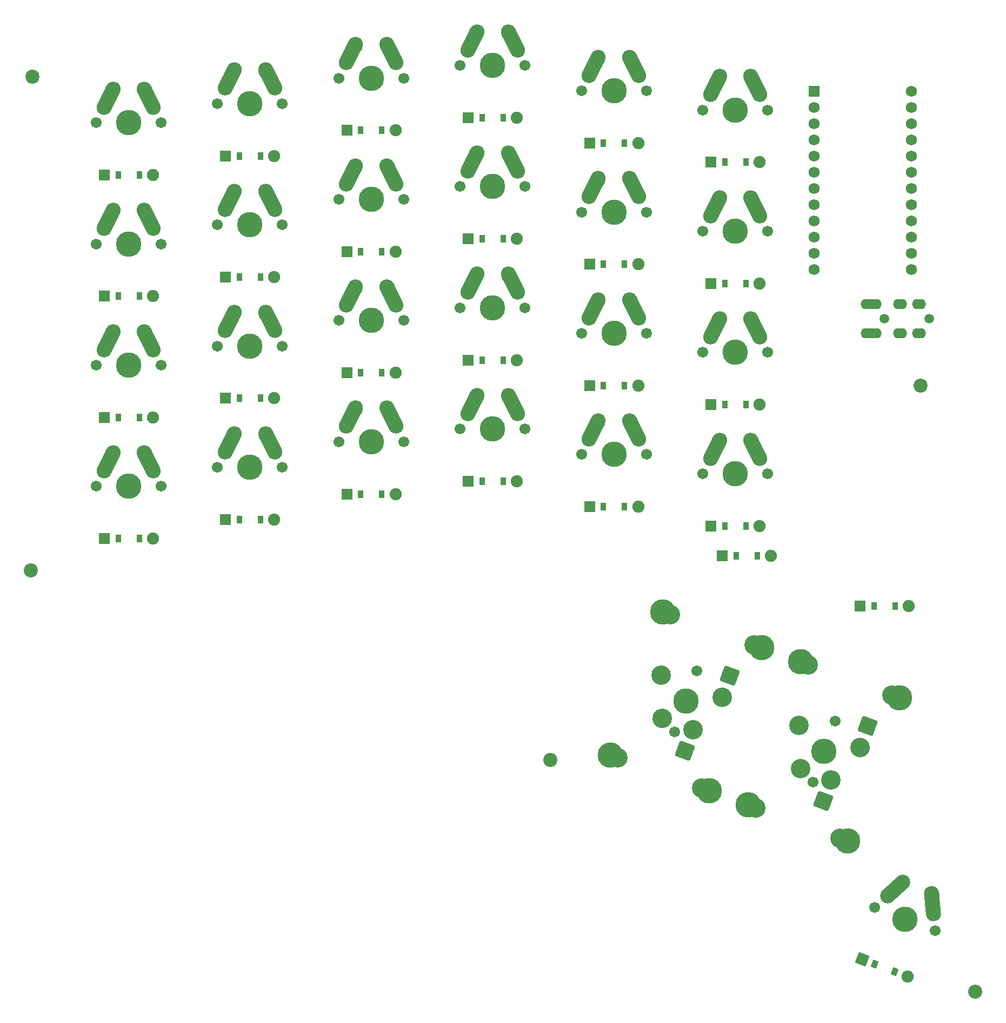
<source format=gbr>
%TF.GenerationSoftware,KiCad,Pcbnew,(6.0.8)*%
%TF.CreationDate,2022-12-10T17:49:20-07:00*%
%TF.ProjectId,scaarix_flow,73636161-7269-4785-9f66-6c6f772e6b69,v1.0.0*%
%TF.SameCoordinates,Original*%
%TF.FileFunction,Soldermask,Top*%
%TF.FilePolarity,Negative*%
%FSLAX46Y46*%
G04 Gerber Fmt 4.6, Leading zero omitted, Abs format (unit mm)*
G04 Created by KiCad (PCBNEW (6.0.8)) date 2022-12-10 17:49:20*
%MOMM*%
%LPD*%
G01*
G04 APERTURE LIST*
G04 Aperture macros list*
%AMRoundRect*
0 Rectangle with rounded corners*
0 $1 Rounding radius*
0 $2 $3 $4 $5 $6 $7 $8 $9 X,Y pos of 4 corners*
0 Add a 4 corners polygon primitive as box body*
4,1,4,$2,$3,$4,$5,$6,$7,$8,$9,$2,$3,0*
0 Add four circle primitives for the rounded corners*
1,1,$1+$1,$2,$3*
1,1,$1+$1,$4,$5*
1,1,$1+$1,$6,$7*
1,1,$1+$1,$8,$9*
0 Add four rect primitives between the rounded corners*
20,1,$1+$1,$2,$3,$4,$5,0*
20,1,$1+$1,$4,$5,$6,$7,0*
20,1,$1+$1,$6,$7,$8,$9,0*
20,1,$1+$1,$8,$9,$2,$3,0*%
%AMHorizOval*
0 Thick line with rounded ends*
0 $1 width*
0 $2 $3 position (X,Y) of the first rounded end (center of the circle)*
0 $4 $5 position (X,Y) of the second rounded end (center of the circle)*
0 Add line between two ends*
20,1,$1,$2,$3,$4,$5,0*
0 Add two circle primitives to create the rounded ends*
1,1,$1,$2,$3*
1,1,$1,$4,$5*%
%AMRotRect*
0 Rectangle, with rotation*
0 The origin of the aperture is its center*
0 $1 length*
0 $2 width*
0 $3 Rotation angle, in degrees counterclockwise*
0 Add horizontal line*
21,1,$1,$2,0,0,$3*%
G04 Aperture macros list end*
%ADD10C,3.987800*%
%ADD11C,1.701800*%
%ADD12C,2.350000*%
%ADD13HorizOval,2.350000X-0.713917X-1.431895X0.713917X1.431895X0*%
%ADD14HorizOval,2.350000X-0.713917X1.431895X0.713917X-1.431895X0*%
%ADD15C,1.905000*%
%ADD16R,0.900000X1.200000*%
%ADD17R,1.778000X1.778000*%
%ADD18R,1.752600X1.752600*%
%ADD19C,1.752600*%
%ADD20C,1.500000*%
%ADD21O,2.200000X1.600000*%
%ADD22C,3.048000*%
%ADD23RoundRect,0.254000X-0.607235X1.302220X-1.302220X-0.607235X0.607235X-1.302220X1.302220X0.607235X0*%
%ADD24HorizOval,2.350000X-1.179644X-1.080944X1.179644X1.080944X0*%
%ADD25HorizOval,2.350000X-0.153353X1.592634X0.153353X-1.592634X0*%
%ADD26C,2.200000*%
%ADD27RotRect,0.900000X1.200000X339.000000*%
%ADD28RotRect,1.778000X1.778000X339.000000*%
G04 APERTURE END LIST*
D10*
%TO.C,S18*%
X221378500Y-105411500D03*
D11*
X216298500Y-105411500D03*
X226458500Y-105411500D03*
D12*
X218838500Y-100331500D03*
D13*
X218215487Y-101573845D03*
D12*
X223918500Y-100331500D03*
D14*
X224541513Y-101573845D03*
%TD*%
D11*
%TO.C,S7*%
X159298500Y-88411500D03*
D10*
X164378500Y-88411500D03*
D11*
X169458500Y-88411500D03*
D12*
X161838500Y-83331500D03*
D13*
X161215487Y-84573845D03*
D14*
X167541513Y-84573845D03*
D12*
X166918500Y-83331500D03*
%TD*%
D11*
%TO.C,S4*%
X150458500Y-72411500D03*
D10*
X145378500Y-72411500D03*
D11*
X140298500Y-72411500D03*
D12*
X142838500Y-67331500D03*
D13*
X142215487Y-68573845D03*
D14*
X148541513Y-68573845D03*
D12*
X147918500Y-67331500D03*
%TD*%
D10*
%TO.C,S22*%
X240378500Y-108411500D03*
D11*
X235298500Y-108411500D03*
X245458500Y-108411500D03*
D12*
X237838500Y-103331500D03*
D13*
X237215487Y-104573845D03*
D14*
X243541513Y-104573845D03*
D12*
X242918500Y-103331500D03*
%TD*%
D10*
%TO.C,S13*%
X202378500Y-120411500D03*
D11*
X207458500Y-120411500D03*
X197298500Y-120411500D03*
D13*
X199215487Y-116573845D03*
D12*
X199838500Y-115331500D03*
D14*
X205541513Y-116573845D03*
D12*
X204918500Y-115331500D03*
%TD*%
D15*
%TO.C,D19*%
X225188500Y-94611500D03*
D16*
X219728500Y-94611500D03*
D17*
X217568500Y-94611500D03*
D16*
X223028500Y-94611500D03*
%TD*%
D15*
%TO.C,D4*%
X149188500Y-80611500D03*
D16*
X143728500Y-80611500D03*
X147028500Y-80611500D03*
D17*
X141568500Y-80611500D03*
%TD*%
D11*
%TO.C,S11*%
X188458500Y-84411500D03*
D10*
X183378500Y-84411500D03*
D11*
X178298500Y-84411500D03*
D13*
X180215487Y-80573845D03*
D12*
X180838500Y-79331500D03*
D14*
X186541513Y-80573845D03*
D12*
X185918500Y-79331500D03*
%TD*%
D11*
%TO.C,S8*%
X169458500Y-69411500D03*
X159298500Y-69411500D03*
D10*
X164378500Y-69411500D03*
D12*
X161838500Y-64331500D03*
D13*
X161215487Y-65573845D03*
D12*
X166918500Y-64331500D03*
D14*
X167541513Y-65573845D03*
%TD*%
D15*
%TO.C,D21*%
X244188500Y-135611500D03*
D16*
X238728500Y-135611500D03*
X242028500Y-135611500D03*
D17*
X236568500Y-135611500D03*
%TD*%
D15*
%TO.C,D16*%
X206188500Y-71611500D03*
D16*
X200728500Y-71611500D03*
D17*
X198568500Y-71611500D03*
D16*
X204028500Y-71611500D03*
%TD*%
D18*
%TO.C,MCU1*%
X252758500Y-67441500D03*
D19*
X252758500Y-69981500D03*
X252758500Y-72521500D03*
X252758500Y-75061500D03*
X252758500Y-77601500D03*
X252758500Y-80141500D03*
X252758500Y-82681500D03*
X252758500Y-85221500D03*
X252758500Y-87761500D03*
X252758500Y-90301500D03*
X252758500Y-92841500D03*
X252758500Y-95381500D03*
X267998500Y-67441500D03*
X267998500Y-69981500D03*
X267998500Y-72521500D03*
X267998500Y-75061500D03*
X267998500Y-77601500D03*
X267998500Y-80141500D03*
X267998500Y-82681500D03*
X267998500Y-85221500D03*
X267998500Y-87761500D03*
X267998500Y-90301500D03*
X267998500Y-92841500D03*
X267998500Y-95381500D03*
%TD*%
D11*
%TO.C,S17*%
X216298500Y-124411500D03*
D10*
X221378500Y-124411500D03*
D11*
X226458500Y-124411500D03*
D13*
X218215487Y-120573845D03*
D12*
X218838500Y-119331500D03*
D14*
X224541513Y-120573845D03*
D12*
X223918500Y-119331500D03*
%TD*%
D15*
%TO.C,D5*%
X168188500Y-134611500D03*
D16*
X162728500Y-134611500D03*
X166028500Y-134611500D03*
D17*
X160568500Y-134611500D03*
%TD*%
D16*
%TO.C,D7*%
X162728500Y-96611500D03*
D15*
X168188500Y-96611500D03*
D16*
X166028500Y-96611500D03*
D17*
X160568500Y-96611500D03*
%TD*%
D10*
%TO.C,S12*%
X183378500Y-65411500D03*
D11*
X178298500Y-65411500D03*
X188458500Y-65411500D03*
D12*
X180838500Y-60331500D03*
D13*
X180215487Y-61573845D03*
D14*
X186541513Y-61573845D03*
D12*
X185918500Y-60331500D03*
%TD*%
D16*
%TO.C,D2*%
X143728500Y-118611500D03*
D15*
X149188500Y-118611500D03*
D17*
X141568500Y-118611500D03*
D16*
X147028500Y-118611500D03*
%TD*%
D10*
%TO.C,S10*%
X183378500Y-103411500D03*
D11*
X178298500Y-103411500D03*
X188458500Y-103411500D03*
D12*
X180838500Y-98331500D03*
D13*
X180215487Y-99573845D03*
D12*
X185918500Y-98331500D03*
D14*
X186541513Y-99573845D03*
%TD*%
D11*
%TO.C,S6*%
X159298500Y-107411500D03*
X169458500Y-107411500D03*
D10*
X164378500Y-107411500D03*
D12*
X161838500Y-102331500D03*
D13*
X161215487Y-103573845D03*
D12*
X166918500Y-102331500D03*
D14*
X167541513Y-103573845D03*
%TD*%
D16*
%TO.C,D14*%
X200728500Y-109611500D03*
D15*
X206188500Y-109611500D03*
D17*
X198568500Y-109611500D03*
D16*
X204028500Y-109611500D03*
%TD*%
%TO.C,D20*%
X219728500Y-75611500D03*
D15*
X225188500Y-75611500D03*
D17*
X217568500Y-75611500D03*
D16*
X223028500Y-75611500D03*
%TD*%
D11*
%TO.C,S2*%
X140298500Y-110411500D03*
D10*
X145378500Y-110411500D03*
D11*
X150458500Y-110411500D03*
D12*
X142838500Y-105331500D03*
D13*
X142215487Y-106573845D03*
D12*
X147918500Y-105331500D03*
D14*
X148541513Y-106573845D03*
%TD*%
D15*
%TO.C,D13*%
X206188500Y-128611500D03*
D16*
X200728500Y-128611500D03*
D17*
X198568500Y-128611500D03*
D16*
X204028500Y-128611500D03*
%TD*%
D11*
%TO.C,S20*%
X226458500Y-67411500D03*
D10*
X221378500Y-67411500D03*
D11*
X216298500Y-67411500D03*
D12*
X218838500Y-62331500D03*
D13*
X218215487Y-63573845D03*
D14*
X224541513Y-63573845D03*
D12*
X223918500Y-62331500D03*
%TD*%
D20*
%TO.C, *%
X263778500Y-103111500D03*
X270778500Y-103111500D03*
D21*
X261078500Y-105411500D03*
X261078500Y-100811500D03*
X262178500Y-100811500D03*
X262178500Y-105411500D03*
X266178500Y-100811500D03*
X266178500Y-105411500D03*
X269178500Y-100811500D03*
X269178500Y-105411500D03*
%TD*%
D22*
%TO.C,S26*%
X255361152Y-175419816D03*
D10*
X242437230Y-179365530D03*
D22*
X259919799Y-170321499D03*
X256758145Y-184577917D03*
D10*
X250603303Y-156929429D03*
D11*
X256014891Y-166197217D03*
D10*
X254277429Y-170970856D03*
D11*
X252539967Y-175744495D03*
D22*
X264924218Y-162141816D03*
D23*
X261136022Y-166979952D03*
X254144928Y-178761363D03*
%TD*%
D15*
%TO.C,D17*%
X225188500Y-132611500D03*
D16*
X219728500Y-132611500D03*
D17*
X217568500Y-132611500D03*
D16*
X223028500Y-132611500D03*
%TD*%
D11*
%TO.C,S19*%
X216298500Y-86411500D03*
D10*
X221378500Y-86411500D03*
D11*
X226458500Y-86411500D03*
D13*
X218215487Y-82573845D03*
D12*
X218838500Y-81331500D03*
D14*
X224541513Y-82573845D03*
D12*
X223918500Y-81331500D03*
%TD*%
D11*
%TO.C,S15*%
X207458500Y-82411500D03*
D10*
X202378500Y-82411500D03*
D11*
X197298500Y-82411500D03*
D13*
X199215487Y-78573845D03*
D12*
X199838500Y-77331500D03*
D14*
X205541513Y-78573845D03*
D12*
X204918500Y-77331500D03*
%TD*%
D10*
%TO.C,S27*%
X266978500Y-197245274D03*
D11*
X271721089Y-199065783D03*
X262235911Y-195424765D03*
D24*
X265400865Y-192528992D03*
D12*
X266427715Y-191592431D03*
D25*
X271306720Y-194796038D03*
D12*
X271170303Y-193412940D03*
%TD*%
D15*
%TO.C,D6*%
X168188500Y-115611500D03*
D16*
X162728500Y-115611500D03*
D17*
X160568500Y-115611500D03*
D16*
X166028500Y-115611500D03*
%TD*%
D15*
%TO.C,D18*%
X225188500Y-113611500D03*
D16*
X219728500Y-113611500D03*
X223028500Y-113611500D03*
D17*
X217568500Y-113611500D03*
%TD*%
D15*
%TO.C,D11*%
X187188500Y-92611500D03*
D16*
X181728500Y-92611500D03*
D17*
X179568500Y-92611500D03*
D16*
X185028500Y-92611500D03*
%TD*%
D11*
%TO.C,S21*%
X235298500Y-127411500D03*
X245458500Y-127411500D03*
D10*
X240378500Y-127411500D03*
D12*
X237838500Y-122331500D03*
D13*
X237215487Y-123573845D03*
D14*
X243541513Y-123573845D03*
D12*
X242918500Y-122331500D03*
%TD*%
D26*
%TO.C, *%
X269378500Y-113611500D03*
%TD*%
D10*
%TO.C,S9*%
X183378500Y-122411500D03*
D11*
X178298500Y-122411500D03*
X188458500Y-122411500D03*
D12*
X180838500Y-117331500D03*
D13*
X180215487Y-118573845D03*
D14*
X186541513Y-118573845D03*
D12*
X185918500Y-117331500D03*
%TD*%
D15*
%TO.C,D22*%
X244188500Y-116611500D03*
D16*
X238728500Y-116611500D03*
X242028500Y-116611500D03*
D17*
X236568500Y-116611500D03*
%TD*%
D26*
%TO.C, *%
X130078500Y-142611500D03*
%TD*%
D15*
%TO.C,D12*%
X187188500Y-73611500D03*
D16*
X181728500Y-73611500D03*
D17*
X179568500Y-73611500D03*
D16*
X185028500Y-73611500D03*
%TD*%
%TO.C,D25*%
X240515570Y-140311500D03*
D15*
X245975570Y-140311500D03*
D16*
X243815570Y-140311500D03*
D17*
X238355570Y-140311500D03*
%TD*%
D15*
%TO.C,D26*%
X267588500Y-148177964D03*
D16*
X262128500Y-148177964D03*
D17*
X259968500Y-148177964D03*
D16*
X265428500Y-148177964D03*
%TD*%
D10*
%TO.C,S23*%
X240378500Y-89411500D03*
D11*
X235298500Y-89411500D03*
X245458500Y-89411500D03*
D12*
X237838500Y-84331500D03*
D13*
X237215487Y-85573845D03*
D14*
X243541513Y-85573845D03*
D12*
X242918500Y-84331500D03*
%TD*%
D26*
%TO.C, *%
X277978500Y-208611500D03*
%TD*%
D16*
%TO.C,D15*%
X200728500Y-90611500D03*
D15*
X206188500Y-90611500D03*
D16*
X204028500Y-90611500D03*
D17*
X198568500Y-90611500D03*
%TD*%
D15*
%TO.C,D23*%
X244188500Y-97611500D03*
D16*
X238728500Y-97611500D03*
D17*
X236568500Y-97611500D03*
D16*
X242028500Y-97611500D03*
%TD*%
%TO.C,D24*%
X238728500Y-78611500D03*
D15*
X244188500Y-78611500D03*
D17*
X236568500Y-78611500D03*
D16*
X242028500Y-78611500D03*
%TD*%
D26*
%TO.C, *%
X211378500Y-172311500D03*
%TD*%
D11*
%TO.C,S16*%
X207458500Y-63411500D03*
D10*
X202378500Y-63411500D03*
D11*
X197298500Y-63411500D03*
D13*
X199215487Y-59573845D03*
D12*
X199838500Y-58331500D03*
D14*
X205541513Y-59573845D03*
D12*
X204918500Y-58331500D03*
%TD*%
D10*
%TO.C,S5*%
X164378500Y-126411500D03*
D11*
X169458500Y-126411500D03*
X159298500Y-126411500D03*
D13*
X161215487Y-122573845D03*
D12*
X161838500Y-121331500D03*
D14*
X167541513Y-122573845D03*
D12*
X166918500Y-121331500D03*
%TD*%
D15*
%TO.C,D27*%
X267350154Y-206266016D03*
D27*
X262252805Y-204309327D03*
X265333621Y-205491941D03*
D28*
X260236272Y-203535252D03*
%TD*%
D11*
%TO.C,S1*%
X140298500Y-129411500D03*
D10*
X145378500Y-129411500D03*
D11*
X150458500Y-129411500D03*
D13*
X142215487Y-125573845D03*
D12*
X142838500Y-124331500D03*
X147918500Y-124331500D03*
D14*
X148541513Y-125573845D03*
%TD*%
D26*
%TO.C, *%
X130278500Y-65211500D03*
%TD*%
D10*
%TO.C,S25*%
X228990373Y-149062966D03*
D11*
X234401961Y-158330754D03*
D10*
X232664499Y-163104393D03*
X220824300Y-171499067D03*
D22*
X238306869Y-162455036D03*
X235145215Y-176711454D03*
X243311288Y-154275353D03*
X233748222Y-167553353D03*
D11*
X230927037Y-167878032D03*
D23*
X239523092Y-159113489D03*
X232531998Y-170894900D03*
%TD*%
D10*
%TO.C,S14*%
X202378500Y-101411500D03*
D11*
X197298500Y-101411500D03*
X207458500Y-101411500D03*
D12*
X199838500Y-96331500D03*
D13*
X199215487Y-97573845D03*
D14*
X205541513Y-97573845D03*
D12*
X204918500Y-96331500D03*
%TD*%
D15*
%TO.C,D8*%
X168188500Y-77611500D03*
D16*
X162728500Y-77611500D03*
D17*
X160568500Y-77611500D03*
D16*
X166028500Y-77611500D03*
%TD*%
%TO.C,D10*%
X181728500Y-111611500D03*
D15*
X187188500Y-111611500D03*
D16*
X185028500Y-111611500D03*
D17*
X179568500Y-111611500D03*
%TD*%
D16*
%TO.C,D9*%
X181728500Y-130611500D03*
D15*
X187188500Y-130611500D03*
D17*
X179568500Y-130611500D03*
D16*
X185028500Y-130611500D03*
%TD*%
%TO.C,D1*%
X143728500Y-137611500D03*
D15*
X149188500Y-137611500D03*
D16*
X147028500Y-137611500D03*
D17*
X141568500Y-137611500D03*
%TD*%
D15*
%TO.C,D3*%
X149188500Y-99611500D03*
D16*
X143728500Y-99611500D03*
D17*
X141568500Y-99611500D03*
D16*
X147028500Y-99611500D03*
%TD*%
D11*
%TO.C,S3*%
X150458500Y-91411500D03*
X140298500Y-91411500D03*
D10*
X145378500Y-91411500D03*
D13*
X142215487Y-87573845D03*
D12*
X142838500Y-86331500D03*
D14*
X148541513Y-87573845D03*
D12*
X147918500Y-86331500D03*
%TD*%
D10*
%TO.C,S24*%
X240378500Y-70411500D03*
D11*
X245458500Y-70411500D03*
X235298500Y-70411500D03*
D13*
X237215487Y-66573845D03*
D12*
X237838500Y-65331500D03*
X242918500Y-65331500D03*
D14*
X243541513Y-66573845D03*
%TD*%
D10*
%TO.C,S26*%
X257951555Y-185012283D03*
D11*
X256014891Y-166197217D03*
D22*
X250587513Y-173682354D03*
D10*
X266117628Y-162576182D03*
D22*
X243630640Y-179799896D03*
X250372522Y-166846574D03*
D10*
X254277429Y-170970856D03*
D22*
X251796713Y-157363795D03*
D11*
X252539967Y-175744495D03*
%TD*%
D10*
%TO.C,S25*%
X232664499Y-163104393D03*
X236338625Y-177145820D03*
D11*
X234401961Y-158330754D03*
D22*
X228759592Y-158980111D03*
X222017710Y-171933433D03*
D11*
X230927037Y-167878032D03*
D10*
X244504698Y-154709719D03*
D22*
X228974583Y-165815891D03*
X230183783Y-149497332D03*
%TD*%
M02*

</source>
